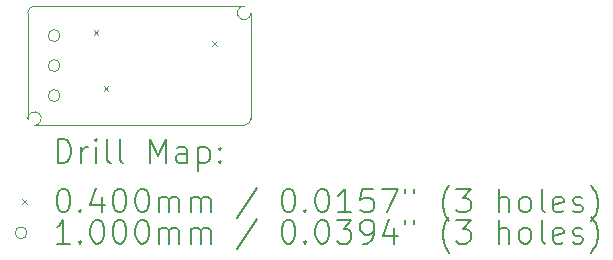
<source format=gbr>
%TF.GenerationSoftware,KiCad,Pcbnew,8.0.1*%
%TF.CreationDate,2024-03-19T14:53:43-04:00*%
%TF.ProjectId,EncoderClone,456e636f-6465-4724-936c-6f6e652e6b69,rev?*%
%TF.SameCoordinates,Original*%
%TF.FileFunction,Drillmap*%
%TF.FilePolarity,Positive*%
%FSLAX45Y45*%
G04 Gerber Fmt 4.5, Leading zero omitted, Abs format (unit mm)*
G04 Created by KiCad (PCBNEW 8.0.1) date 2024-03-19 14:53:43*
%MOMM*%
%LPD*%
G01*
G04 APERTURE LIST*
%ADD10C,0.100000*%
%ADD11C,0.200000*%
G04 APERTURE END LIST*
D10*
X13557659Y-8000159D02*
X15332500Y-8000000D01*
X15389841Y-8952341D02*
G75*
G02*
X15332341Y-9009841I-57501J1D01*
G01*
X15332341Y-9009841D02*
X13557659Y-9009841D01*
X13500159Y-8952341D02*
G75*
G02*
X13557659Y-9009841I57501J1D01*
G01*
X15390000Y-8057500D02*
G75*
G02*
X15332500Y-8000000I-57500J0D01*
G01*
X13500159Y-8952341D02*
X13500159Y-8057659D01*
X13500159Y-8057659D02*
G75*
G02*
X13557659Y-8000159I57501J-1D01*
G01*
X15390000Y-8057500D02*
X15389841Y-8952341D01*
D11*
D10*
X14060000Y-8200000D02*
X14100000Y-8240000D01*
X14100000Y-8200000D02*
X14060000Y-8240000D01*
X14145000Y-8675000D02*
X14185000Y-8715000D01*
X14185000Y-8675000D02*
X14145000Y-8715000D01*
X15065000Y-8295000D02*
X15105000Y-8335000D01*
X15105000Y-8295000D02*
X15065000Y-8335000D01*
X13774000Y-8249500D02*
G75*
G02*
X13674000Y-8249500I-50000J0D01*
G01*
X13674000Y-8249500D02*
G75*
G02*
X13774000Y-8249500I50000J0D01*
G01*
X13774000Y-8503500D02*
G75*
G02*
X13674000Y-8503500I-50000J0D01*
G01*
X13674000Y-8503500D02*
G75*
G02*
X13774000Y-8503500I50000J0D01*
G01*
X13774000Y-8757500D02*
G75*
G02*
X13674000Y-8757500I-50000J0D01*
G01*
X13674000Y-8757500D02*
G75*
G02*
X13774000Y-8757500I50000J0D01*
G01*
D11*
X13755935Y-9326325D02*
X13755935Y-9126325D01*
X13755935Y-9126325D02*
X13803554Y-9126325D01*
X13803554Y-9126325D02*
X13832126Y-9135849D01*
X13832126Y-9135849D02*
X13851173Y-9154897D01*
X13851173Y-9154897D02*
X13860697Y-9173944D01*
X13860697Y-9173944D02*
X13870221Y-9212039D01*
X13870221Y-9212039D02*
X13870221Y-9240611D01*
X13870221Y-9240611D02*
X13860697Y-9278706D01*
X13860697Y-9278706D02*
X13851173Y-9297754D01*
X13851173Y-9297754D02*
X13832126Y-9316801D01*
X13832126Y-9316801D02*
X13803554Y-9326325D01*
X13803554Y-9326325D02*
X13755935Y-9326325D01*
X13955935Y-9326325D02*
X13955935Y-9192992D01*
X13955935Y-9231087D02*
X13965459Y-9212039D01*
X13965459Y-9212039D02*
X13974983Y-9202516D01*
X13974983Y-9202516D02*
X13994031Y-9192992D01*
X13994031Y-9192992D02*
X14013078Y-9192992D01*
X14079745Y-9326325D02*
X14079745Y-9192992D01*
X14079745Y-9126325D02*
X14070221Y-9135849D01*
X14070221Y-9135849D02*
X14079745Y-9145373D01*
X14079745Y-9145373D02*
X14089269Y-9135849D01*
X14089269Y-9135849D02*
X14079745Y-9126325D01*
X14079745Y-9126325D02*
X14079745Y-9145373D01*
X14203554Y-9326325D02*
X14184507Y-9316801D01*
X14184507Y-9316801D02*
X14174983Y-9297754D01*
X14174983Y-9297754D02*
X14174983Y-9126325D01*
X14308316Y-9326325D02*
X14289269Y-9316801D01*
X14289269Y-9316801D02*
X14279745Y-9297754D01*
X14279745Y-9297754D02*
X14279745Y-9126325D01*
X14536888Y-9326325D02*
X14536888Y-9126325D01*
X14536888Y-9126325D02*
X14603554Y-9269182D01*
X14603554Y-9269182D02*
X14670221Y-9126325D01*
X14670221Y-9126325D02*
X14670221Y-9326325D01*
X14851173Y-9326325D02*
X14851173Y-9221563D01*
X14851173Y-9221563D02*
X14841650Y-9202516D01*
X14841650Y-9202516D02*
X14822602Y-9192992D01*
X14822602Y-9192992D02*
X14784507Y-9192992D01*
X14784507Y-9192992D02*
X14765459Y-9202516D01*
X14851173Y-9316801D02*
X14832126Y-9326325D01*
X14832126Y-9326325D02*
X14784507Y-9326325D01*
X14784507Y-9326325D02*
X14765459Y-9316801D01*
X14765459Y-9316801D02*
X14755935Y-9297754D01*
X14755935Y-9297754D02*
X14755935Y-9278706D01*
X14755935Y-9278706D02*
X14765459Y-9259659D01*
X14765459Y-9259659D02*
X14784507Y-9250135D01*
X14784507Y-9250135D02*
X14832126Y-9250135D01*
X14832126Y-9250135D02*
X14851173Y-9240611D01*
X14946412Y-9192992D02*
X14946412Y-9392992D01*
X14946412Y-9202516D02*
X14965459Y-9192992D01*
X14965459Y-9192992D02*
X15003554Y-9192992D01*
X15003554Y-9192992D02*
X15022602Y-9202516D01*
X15022602Y-9202516D02*
X15032126Y-9212039D01*
X15032126Y-9212039D02*
X15041650Y-9231087D01*
X15041650Y-9231087D02*
X15041650Y-9288230D01*
X15041650Y-9288230D02*
X15032126Y-9307278D01*
X15032126Y-9307278D02*
X15022602Y-9316801D01*
X15022602Y-9316801D02*
X15003554Y-9326325D01*
X15003554Y-9326325D02*
X14965459Y-9326325D01*
X14965459Y-9326325D02*
X14946412Y-9316801D01*
X15127364Y-9307278D02*
X15136888Y-9316801D01*
X15136888Y-9316801D02*
X15127364Y-9326325D01*
X15127364Y-9326325D02*
X15117840Y-9316801D01*
X15117840Y-9316801D02*
X15127364Y-9307278D01*
X15127364Y-9307278D02*
X15127364Y-9326325D01*
X15127364Y-9202516D02*
X15136888Y-9212039D01*
X15136888Y-9212039D02*
X15127364Y-9221563D01*
X15127364Y-9221563D02*
X15117840Y-9212039D01*
X15117840Y-9212039D02*
X15127364Y-9202516D01*
X15127364Y-9202516D02*
X15127364Y-9221563D01*
D10*
X13455159Y-9634841D02*
X13495159Y-9674841D01*
X13495159Y-9634841D02*
X13455159Y-9674841D01*
D11*
X13794031Y-9546325D02*
X13813078Y-9546325D01*
X13813078Y-9546325D02*
X13832126Y-9555849D01*
X13832126Y-9555849D02*
X13841650Y-9565373D01*
X13841650Y-9565373D02*
X13851173Y-9584420D01*
X13851173Y-9584420D02*
X13860697Y-9622516D01*
X13860697Y-9622516D02*
X13860697Y-9670135D01*
X13860697Y-9670135D02*
X13851173Y-9708230D01*
X13851173Y-9708230D02*
X13841650Y-9727278D01*
X13841650Y-9727278D02*
X13832126Y-9736801D01*
X13832126Y-9736801D02*
X13813078Y-9746325D01*
X13813078Y-9746325D02*
X13794031Y-9746325D01*
X13794031Y-9746325D02*
X13774983Y-9736801D01*
X13774983Y-9736801D02*
X13765459Y-9727278D01*
X13765459Y-9727278D02*
X13755935Y-9708230D01*
X13755935Y-9708230D02*
X13746412Y-9670135D01*
X13746412Y-9670135D02*
X13746412Y-9622516D01*
X13746412Y-9622516D02*
X13755935Y-9584420D01*
X13755935Y-9584420D02*
X13765459Y-9565373D01*
X13765459Y-9565373D02*
X13774983Y-9555849D01*
X13774983Y-9555849D02*
X13794031Y-9546325D01*
X13946412Y-9727278D02*
X13955935Y-9736801D01*
X13955935Y-9736801D02*
X13946412Y-9746325D01*
X13946412Y-9746325D02*
X13936888Y-9736801D01*
X13936888Y-9736801D02*
X13946412Y-9727278D01*
X13946412Y-9727278D02*
X13946412Y-9746325D01*
X14127364Y-9612992D02*
X14127364Y-9746325D01*
X14079745Y-9536801D02*
X14032126Y-9679659D01*
X14032126Y-9679659D02*
X14155935Y-9679659D01*
X14270221Y-9546325D02*
X14289269Y-9546325D01*
X14289269Y-9546325D02*
X14308316Y-9555849D01*
X14308316Y-9555849D02*
X14317840Y-9565373D01*
X14317840Y-9565373D02*
X14327364Y-9584420D01*
X14327364Y-9584420D02*
X14336888Y-9622516D01*
X14336888Y-9622516D02*
X14336888Y-9670135D01*
X14336888Y-9670135D02*
X14327364Y-9708230D01*
X14327364Y-9708230D02*
X14317840Y-9727278D01*
X14317840Y-9727278D02*
X14308316Y-9736801D01*
X14308316Y-9736801D02*
X14289269Y-9746325D01*
X14289269Y-9746325D02*
X14270221Y-9746325D01*
X14270221Y-9746325D02*
X14251173Y-9736801D01*
X14251173Y-9736801D02*
X14241650Y-9727278D01*
X14241650Y-9727278D02*
X14232126Y-9708230D01*
X14232126Y-9708230D02*
X14222602Y-9670135D01*
X14222602Y-9670135D02*
X14222602Y-9622516D01*
X14222602Y-9622516D02*
X14232126Y-9584420D01*
X14232126Y-9584420D02*
X14241650Y-9565373D01*
X14241650Y-9565373D02*
X14251173Y-9555849D01*
X14251173Y-9555849D02*
X14270221Y-9546325D01*
X14460697Y-9546325D02*
X14479745Y-9546325D01*
X14479745Y-9546325D02*
X14498793Y-9555849D01*
X14498793Y-9555849D02*
X14508316Y-9565373D01*
X14508316Y-9565373D02*
X14517840Y-9584420D01*
X14517840Y-9584420D02*
X14527364Y-9622516D01*
X14527364Y-9622516D02*
X14527364Y-9670135D01*
X14527364Y-9670135D02*
X14517840Y-9708230D01*
X14517840Y-9708230D02*
X14508316Y-9727278D01*
X14508316Y-9727278D02*
X14498793Y-9736801D01*
X14498793Y-9736801D02*
X14479745Y-9746325D01*
X14479745Y-9746325D02*
X14460697Y-9746325D01*
X14460697Y-9746325D02*
X14441650Y-9736801D01*
X14441650Y-9736801D02*
X14432126Y-9727278D01*
X14432126Y-9727278D02*
X14422602Y-9708230D01*
X14422602Y-9708230D02*
X14413078Y-9670135D01*
X14413078Y-9670135D02*
X14413078Y-9622516D01*
X14413078Y-9622516D02*
X14422602Y-9584420D01*
X14422602Y-9584420D02*
X14432126Y-9565373D01*
X14432126Y-9565373D02*
X14441650Y-9555849D01*
X14441650Y-9555849D02*
X14460697Y-9546325D01*
X14613078Y-9746325D02*
X14613078Y-9612992D01*
X14613078Y-9632039D02*
X14622602Y-9622516D01*
X14622602Y-9622516D02*
X14641650Y-9612992D01*
X14641650Y-9612992D02*
X14670221Y-9612992D01*
X14670221Y-9612992D02*
X14689269Y-9622516D01*
X14689269Y-9622516D02*
X14698793Y-9641563D01*
X14698793Y-9641563D02*
X14698793Y-9746325D01*
X14698793Y-9641563D02*
X14708316Y-9622516D01*
X14708316Y-9622516D02*
X14727364Y-9612992D01*
X14727364Y-9612992D02*
X14755935Y-9612992D01*
X14755935Y-9612992D02*
X14774983Y-9622516D01*
X14774983Y-9622516D02*
X14784507Y-9641563D01*
X14784507Y-9641563D02*
X14784507Y-9746325D01*
X14879745Y-9746325D02*
X14879745Y-9612992D01*
X14879745Y-9632039D02*
X14889269Y-9622516D01*
X14889269Y-9622516D02*
X14908316Y-9612992D01*
X14908316Y-9612992D02*
X14936888Y-9612992D01*
X14936888Y-9612992D02*
X14955935Y-9622516D01*
X14955935Y-9622516D02*
X14965459Y-9641563D01*
X14965459Y-9641563D02*
X14965459Y-9746325D01*
X14965459Y-9641563D02*
X14974983Y-9622516D01*
X14974983Y-9622516D02*
X14994031Y-9612992D01*
X14994031Y-9612992D02*
X15022602Y-9612992D01*
X15022602Y-9612992D02*
X15041650Y-9622516D01*
X15041650Y-9622516D02*
X15051174Y-9641563D01*
X15051174Y-9641563D02*
X15051174Y-9746325D01*
X15441650Y-9536801D02*
X15270221Y-9793944D01*
X15698793Y-9546325D02*
X15717840Y-9546325D01*
X15717840Y-9546325D02*
X15736888Y-9555849D01*
X15736888Y-9555849D02*
X15746412Y-9565373D01*
X15746412Y-9565373D02*
X15755936Y-9584420D01*
X15755936Y-9584420D02*
X15765459Y-9622516D01*
X15765459Y-9622516D02*
X15765459Y-9670135D01*
X15765459Y-9670135D02*
X15755936Y-9708230D01*
X15755936Y-9708230D02*
X15746412Y-9727278D01*
X15746412Y-9727278D02*
X15736888Y-9736801D01*
X15736888Y-9736801D02*
X15717840Y-9746325D01*
X15717840Y-9746325D02*
X15698793Y-9746325D01*
X15698793Y-9746325D02*
X15679745Y-9736801D01*
X15679745Y-9736801D02*
X15670221Y-9727278D01*
X15670221Y-9727278D02*
X15660697Y-9708230D01*
X15660697Y-9708230D02*
X15651174Y-9670135D01*
X15651174Y-9670135D02*
X15651174Y-9622516D01*
X15651174Y-9622516D02*
X15660697Y-9584420D01*
X15660697Y-9584420D02*
X15670221Y-9565373D01*
X15670221Y-9565373D02*
X15679745Y-9555849D01*
X15679745Y-9555849D02*
X15698793Y-9546325D01*
X15851174Y-9727278D02*
X15860697Y-9736801D01*
X15860697Y-9736801D02*
X15851174Y-9746325D01*
X15851174Y-9746325D02*
X15841650Y-9736801D01*
X15841650Y-9736801D02*
X15851174Y-9727278D01*
X15851174Y-9727278D02*
X15851174Y-9746325D01*
X15984507Y-9546325D02*
X16003555Y-9546325D01*
X16003555Y-9546325D02*
X16022602Y-9555849D01*
X16022602Y-9555849D02*
X16032126Y-9565373D01*
X16032126Y-9565373D02*
X16041650Y-9584420D01*
X16041650Y-9584420D02*
X16051174Y-9622516D01*
X16051174Y-9622516D02*
X16051174Y-9670135D01*
X16051174Y-9670135D02*
X16041650Y-9708230D01*
X16041650Y-9708230D02*
X16032126Y-9727278D01*
X16032126Y-9727278D02*
X16022602Y-9736801D01*
X16022602Y-9736801D02*
X16003555Y-9746325D01*
X16003555Y-9746325D02*
X15984507Y-9746325D01*
X15984507Y-9746325D02*
X15965459Y-9736801D01*
X15965459Y-9736801D02*
X15955936Y-9727278D01*
X15955936Y-9727278D02*
X15946412Y-9708230D01*
X15946412Y-9708230D02*
X15936888Y-9670135D01*
X15936888Y-9670135D02*
X15936888Y-9622516D01*
X15936888Y-9622516D02*
X15946412Y-9584420D01*
X15946412Y-9584420D02*
X15955936Y-9565373D01*
X15955936Y-9565373D02*
X15965459Y-9555849D01*
X15965459Y-9555849D02*
X15984507Y-9546325D01*
X16241650Y-9746325D02*
X16127364Y-9746325D01*
X16184507Y-9746325D02*
X16184507Y-9546325D01*
X16184507Y-9546325D02*
X16165459Y-9574897D01*
X16165459Y-9574897D02*
X16146412Y-9593944D01*
X16146412Y-9593944D02*
X16127364Y-9603468D01*
X16422602Y-9546325D02*
X16327364Y-9546325D01*
X16327364Y-9546325D02*
X16317840Y-9641563D01*
X16317840Y-9641563D02*
X16327364Y-9632039D01*
X16327364Y-9632039D02*
X16346412Y-9622516D01*
X16346412Y-9622516D02*
X16394031Y-9622516D01*
X16394031Y-9622516D02*
X16413078Y-9632039D01*
X16413078Y-9632039D02*
X16422602Y-9641563D01*
X16422602Y-9641563D02*
X16432126Y-9660611D01*
X16432126Y-9660611D02*
X16432126Y-9708230D01*
X16432126Y-9708230D02*
X16422602Y-9727278D01*
X16422602Y-9727278D02*
X16413078Y-9736801D01*
X16413078Y-9736801D02*
X16394031Y-9746325D01*
X16394031Y-9746325D02*
X16346412Y-9746325D01*
X16346412Y-9746325D02*
X16327364Y-9736801D01*
X16327364Y-9736801D02*
X16317840Y-9727278D01*
X16498793Y-9546325D02*
X16632126Y-9546325D01*
X16632126Y-9546325D02*
X16546412Y-9746325D01*
X16698793Y-9546325D02*
X16698793Y-9584420D01*
X16774983Y-9546325D02*
X16774983Y-9584420D01*
X17070222Y-9822516D02*
X17060698Y-9812992D01*
X17060698Y-9812992D02*
X17041650Y-9784420D01*
X17041650Y-9784420D02*
X17032126Y-9765373D01*
X17032126Y-9765373D02*
X17022602Y-9736801D01*
X17022602Y-9736801D02*
X17013079Y-9689182D01*
X17013079Y-9689182D02*
X17013079Y-9651087D01*
X17013079Y-9651087D02*
X17022602Y-9603468D01*
X17022602Y-9603468D02*
X17032126Y-9574897D01*
X17032126Y-9574897D02*
X17041650Y-9555849D01*
X17041650Y-9555849D02*
X17060698Y-9527278D01*
X17060698Y-9527278D02*
X17070222Y-9517754D01*
X17127364Y-9546325D02*
X17251174Y-9546325D01*
X17251174Y-9546325D02*
X17184507Y-9622516D01*
X17184507Y-9622516D02*
X17213079Y-9622516D01*
X17213079Y-9622516D02*
X17232126Y-9632039D01*
X17232126Y-9632039D02*
X17241650Y-9641563D01*
X17241650Y-9641563D02*
X17251174Y-9660611D01*
X17251174Y-9660611D02*
X17251174Y-9708230D01*
X17251174Y-9708230D02*
X17241650Y-9727278D01*
X17241650Y-9727278D02*
X17232126Y-9736801D01*
X17232126Y-9736801D02*
X17213079Y-9746325D01*
X17213079Y-9746325D02*
X17155936Y-9746325D01*
X17155936Y-9746325D02*
X17136888Y-9736801D01*
X17136888Y-9736801D02*
X17127364Y-9727278D01*
X17489269Y-9746325D02*
X17489269Y-9546325D01*
X17574983Y-9746325D02*
X17574983Y-9641563D01*
X17574983Y-9641563D02*
X17565460Y-9622516D01*
X17565460Y-9622516D02*
X17546412Y-9612992D01*
X17546412Y-9612992D02*
X17517841Y-9612992D01*
X17517841Y-9612992D02*
X17498793Y-9622516D01*
X17498793Y-9622516D02*
X17489269Y-9632039D01*
X17698793Y-9746325D02*
X17679745Y-9736801D01*
X17679745Y-9736801D02*
X17670222Y-9727278D01*
X17670222Y-9727278D02*
X17660698Y-9708230D01*
X17660698Y-9708230D02*
X17660698Y-9651087D01*
X17660698Y-9651087D02*
X17670222Y-9632039D01*
X17670222Y-9632039D02*
X17679745Y-9622516D01*
X17679745Y-9622516D02*
X17698793Y-9612992D01*
X17698793Y-9612992D02*
X17727364Y-9612992D01*
X17727364Y-9612992D02*
X17746412Y-9622516D01*
X17746412Y-9622516D02*
X17755936Y-9632039D01*
X17755936Y-9632039D02*
X17765460Y-9651087D01*
X17765460Y-9651087D02*
X17765460Y-9708230D01*
X17765460Y-9708230D02*
X17755936Y-9727278D01*
X17755936Y-9727278D02*
X17746412Y-9736801D01*
X17746412Y-9736801D02*
X17727364Y-9746325D01*
X17727364Y-9746325D02*
X17698793Y-9746325D01*
X17879745Y-9746325D02*
X17860698Y-9736801D01*
X17860698Y-9736801D02*
X17851174Y-9717754D01*
X17851174Y-9717754D02*
X17851174Y-9546325D01*
X18032126Y-9736801D02*
X18013079Y-9746325D01*
X18013079Y-9746325D02*
X17974983Y-9746325D01*
X17974983Y-9746325D02*
X17955936Y-9736801D01*
X17955936Y-9736801D02*
X17946412Y-9717754D01*
X17946412Y-9717754D02*
X17946412Y-9641563D01*
X17946412Y-9641563D02*
X17955936Y-9622516D01*
X17955936Y-9622516D02*
X17974983Y-9612992D01*
X17974983Y-9612992D02*
X18013079Y-9612992D01*
X18013079Y-9612992D02*
X18032126Y-9622516D01*
X18032126Y-9622516D02*
X18041650Y-9641563D01*
X18041650Y-9641563D02*
X18041650Y-9660611D01*
X18041650Y-9660611D02*
X17946412Y-9679659D01*
X18117841Y-9736801D02*
X18136888Y-9746325D01*
X18136888Y-9746325D02*
X18174983Y-9746325D01*
X18174983Y-9746325D02*
X18194031Y-9736801D01*
X18194031Y-9736801D02*
X18203555Y-9717754D01*
X18203555Y-9717754D02*
X18203555Y-9708230D01*
X18203555Y-9708230D02*
X18194031Y-9689182D01*
X18194031Y-9689182D02*
X18174983Y-9679659D01*
X18174983Y-9679659D02*
X18146412Y-9679659D01*
X18146412Y-9679659D02*
X18127364Y-9670135D01*
X18127364Y-9670135D02*
X18117841Y-9651087D01*
X18117841Y-9651087D02*
X18117841Y-9641563D01*
X18117841Y-9641563D02*
X18127364Y-9622516D01*
X18127364Y-9622516D02*
X18146412Y-9612992D01*
X18146412Y-9612992D02*
X18174983Y-9612992D01*
X18174983Y-9612992D02*
X18194031Y-9622516D01*
X18270222Y-9822516D02*
X18279745Y-9812992D01*
X18279745Y-9812992D02*
X18298793Y-9784420D01*
X18298793Y-9784420D02*
X18308317Y-9765373D01*
X18308317Y-9765373D02*
X18317841Y-9736801D01*
X18317841Y-9736801D02*
X18327364Y-9689182D01*
X18327364Y-9689182D02*
X18327364Y-9651087D01*
X18327364Y-9651087D02*
X18317841Y-9603468D01*
X18317841Y-9603468D02*
X18308317Y-9574897D01*
X18308317Y-9574897D02*
X18298793Y-9555849D01*
X18298793Y-9555849D02*
X18279745Y-9527278D01*
X18279745Y-9527278D02*
X18270222Y-9517754D01*
D10*
X13495159Y-9918841D02*
G75*
G02*
X13395159Y-9918841I-50000J0D01*
G01*
X13395159Y-9918841D02*
G75*
G02*
X13495159Y-9918841I50000J0D01*
G01*
D11*
X13860697Y-10010325D02*
X13746412Y-10010325D01*
X13803554Y-10010325D02*
X13803554Y-9810325D01*
X13803554Y-9810325D02*
X13784507Y-9838897D01*
X13784507Y-9838897D02*
X13765459Y-9857944D01*
X13765459Y-9857944D02*
X13746412Y-9867468D01*
X13946412Y-9991278D02*
X13955935Y-10000801D01*
X13955935Y-10000801D02*
X13946412Y-10010325D01*
X13946412Y-10010325D02*
X13936888Y-10000801D01*
X13936888Y-10000801D02*
X13946412Y-9991278D01*
X13946412Y-9991278D02*
X13946412Y-10010325D01*
X14079745Y-9810325D02*
X14098793Y-9810325D01*
X14098793Y-9810325D02*
X14117840Y-9819849D01*
X14117840Y-9819849D02*
X14127364Y-9829373D01*
X14127364Y-9829373D02*
X14136888Y-9848420D01*
X14136888Y-9848420D02*
X14146412Y-9886516D01*
X14146412Y-9886516D02*
X14146412Y-9934135D01*
X14146412Y-9934135D02*
X14136888Y-9972230D01*
X14136888Y-9972230D02*
X14127364Y-9991278D01*
X14127364Y-9991278D02*
X14117840Y-10000801D01*
X14117840Y-10000801D02*
X14098793Y-10010325D01*
X14098793Y-10010325D02*
X14079745Y-10010325D01*
X14079745Y-10010325D02*
X14060697Y-10000801D01*
X14060697Y-10000801D02*
X14051173Y-9991278D01*
X14051173Y-9991278D02*
X14041650Y-9972230D01*
X14041650Y-9972230D02*
X14032126Y-9934135D01*
X14032126Y-9934135D02*
X14032126Y-9886516D01*
X14032126Y-9886516D02*
X14041650Y-9848420D01*
X14041650Y-9848420D02*
X14051173Y-9829373D01*
X14051173Y-9829373D02*
X14060697Y-9819849D01*
X14060697Y-9819849D02*
X14079745Y-9810325D01*
X14270221Y-9810325D02*
X14289269Y-9810325D01*
X14289269Y-9810325D02*
X14308316Y-9819849D01*
X14308316Y-9819849D02*
X14317840Y-9829373D01*
X14317840Y-9829373D02*
X14327364Y-9848420D01*
X14327364Y-9848420D02*
X14336888Y-9886516D01*
X14336888Y-9886516D02*
X14336888Y-9934135D01*
X14336888Y-9934135D02*
X14327364Y-9972230D01*
X14327364Y-9972230D02*
X14317840Y-9991278D01*
X14317840Y-9991278D02*
X14308316Y-10000801D01*
X14308316Y-10000801D02*
X14289269Y-10010325D01*
X14289269Y-10010325D02*
X14270221Y-10010325D01*
X14270221Y-10010325D02*
X14251173Y-10000801D01*
X14251173Y-10000801D02*
X14241650Y-9991278D01*
X14241650Y-9991278D02*
X14232126Y-9972230D01*
X14232126Y-9972230D02*
X14222602Y-9934135D01*
X14222602Y-9934135D02*
X14222602Y-9886516D01*
X14222602Y-9886516D02*
X14232126Y-9848420D01*
X14232126Y-9848420D02*
X14241650Y-9829373D01*
X14241650Y-9829373D02*
X14251173Y-9819849D01*
X14251173Y-9819849D02*
X14270221Y-9810325D01*
X14460697Y-9810325D02*
X14479745Y-9810325D01*
X14479745Y-9810325D02*
X14498793Y-9819849D01*
X14498793Y-9819849D02*
X14508316Y-9829373D01*
X14508316Y-9829373D02*
X14517840Y-9848420D01*
X14517840Y-9848420D02*
X14527364Y-9886516D01*
X14527364Y-9886516D02*
X14527364Y-9934135D01*
X14527364Y-9934135D02*
X14517840Y-9972230D01*
X14517840Y-9972230D02*
X14508316Y-9991278D01*
X14508316Y-9991278D02*
X14498793Y-10000801D01*
X14498793Y-10000801D02*
X14479745Y-10010325D01*
X14479745Y-10010325D02*
X14460697Y-10010325D01*
X14460697Y-10010325D02*
X14441650Y-10000801D01*
X14441650Y-10000801D02*
X14432126Y-9991278D01*
X14432126Y-9991278D02*
X14422602Y-9972230D01*
X14422602Y-9972230D02*
X14413078Y-9934135D01*
X14413078Y-9934135D02*
X14413078Y-9886516D01*
X14413078Y-9886516D02*
X14422602Y-9848420D01*
X14422602Y-9848420D02*
X14432126Y-9829373D01*
X14432126Y-9829373D02*
X14441650Y-9819849D01*
X14441650Y-9819849D02*
X14460697Y-9810325D01*
X14613078Y-10010325D02*
X14613078Y-9876992D01*
X14613078Y-9896039D02*
X14622602Y-9886516D01*
X14622602Y-9886516D02*
X14641650Y-9876992D01*
X14641650Y-9876992D02*
X14670221Y-9876992D01*
X14670221Y-9876992D02*
X14689269Y-9886516D01*
X14689269Y-9886516D02*
X14698793Y-9905563D01*
X14698793Y-9905563D02*
X14698793Y-10010325D01*
X14698793Y-9905563D02*
X14708316Y-9886516D01*
X14708316Y-9886516D02*
X14727364Y-9876992D01*
X14727364Y-9876992D02*
X14755935Y-9876992D01*
X14755935Y-9876992D02*
X14774983Y-9886516D01*
X14774983Y-9886516D02*
X14784507Y-9905563D01*
X14784507Y-9905563D02*
X14784507Y-10010325D01*
X14879745Y-10010325D02*
X14879745Y-9876992D01*
X14879745Y-9896039D02*
X14889269Y-9886516D01*
X14889269Y-9886516D02*
X14908316Y-9876992D01*
X14908316Y-9876992D02*
X14936888Y-9876992D01*
X14936888Y-9876992D02*
X14955935Y-9886516D01*
X14955935Y-9886516D02*
X14965459Y-9905563D01*
X14965459Y-9905563D02*
X14965459Y-10010325D01*
X14965459Y-9905563D02*
X14974983Y-9886516D01*
X14974983Y-9886516D02*
X14994031Y-9876992D01*
X14994031Y-9876992D02*
X15022602Y-9876992D01*
X15022602Y-9876992D02*
X15041650Y-9886516D01*
X15041650Y-9886516D02*
X15051174Y-9905563D01*
X15051174Y-9905563D02*
X15051174Y-10010325D01*
X15441650Y-9800801D02*
X15270221Y-10057944D01*
X15698793Y-9810325D02*
X15717840Y-9810325D01*
X15717840Y-9810325D02*
X15736888Y-9819849D01*
X15736888Y-9819849D02*
X15746412Y-9829373D01*
X15746412Y-9829373D02*
X15755936Y-9848420D01*
X15755936Y-9848420D02*
X15765459Y-9886516D01*
X15765459Y-9886516D02*
X15765459Y-9934135D01*
X15765459Y-9934135D02*
X15755936Y-9972230D01*
X15755936Y-9972230D02*
X15746412Y-9991278D01*
X15746412Y-9991278D02*
X15736888Y-10000801D01*
X15736888Y-10000801D02*
X15717840Y-10010325D01*
X15717840Y-10010325D02*
X15698793Y-10010325D01*
X15698793Y-10010325D02*
X15679745Y-10000801D01*
X15679745Y-10000801D02*
X15670221Y-9991278D01*
X15670221Y-9991278D02*
X15660697Y-9972230D01*
X15660697Y-9972230D02*
X15651174Y-9934135D01*
X15651174Y-9934135D02*
X15651174Y-9886516D01*
X15651174Y-9886516D02*
X15660697Y-9848420D01*
X15660697Y-9848420D02*
X15670221Y-9829373D01*
X15670221Y-9829373D02*
X15679745Y-9819849D01*
X15679745Y-9819849D02*
X15698793Y-9810325D01*
X15851174Y-9991278D02*
X15860697Y-10000801D01*
X15860697Y-10000801D02*
X15851174Y-10010325D01*
X15851174Y-10010325D02*
X15841650Y-10000801D01*
X15841650Y-10000801D02*
X15851174Y-9991278D01*
X15851174Y-9991278D02*
X15851174Y-10010325D01*
X15984507Y-9810325D02*
X16003555Y-9810325D01*
X16003555Y-9810325D02*
X16022602Y-9819849D01*
X16022602Y-9819849D02*
X16032126Y-9829373D01*
X16032126Y-9829373D02*
X16041650Y-9848420D01*
X16041650Y-9848420D02*
X16051174Y-9886516D01*
X16051174Y-9886516D02*
X16051174Y-9934135D01*
X16051174Y-9934135D02*
X16041650Y-9972230D01*
X16041650Y-9972230D02*
X16032126Y-9991278D01*
X16032126Y-9991278D02*
X16022602Y-10000801D01*
X16022602Y-10000801D02*
X16003555Y-10010325D01*
X16003555Y-10010325D02*
X15984507Y-10010325D01*
X15984507Y-10010325D02*
X15965459Y-10000801D01*
X15965459Y-10000801D02*
X15955936Y-9991278D01*
X15955936Y-9991278D02*
X15946412Y-9972230D01*
X15946412Y-9972230D02*
X15936888Y-9934135D01*
X15936888Y-9934135D02*
X15936888Y-9886516D01*
X15936888Y-9886516D02*
X15946412Y-9848420D01*
X15946412Y-9848420D02*
X15955936Y-9829373D01*
X15955936Y-9829373D02*
X15965459Y-9819849D01*
X15965459Y-9819849D02*
X15984507Y-9810325D01*
X16117840Y-9810325D02*
X16241650Y-9810325D01*
X16241650Y-9810325D02*
X16174983Y-9886516D01*
X16174983Y-9886516D02*
X16203555Y-9886516D01*
X16203555Y-9886516D02*
X16222602Y-9896039D01*
X16222602Y-9896039D02*
X16232126Y-9905563D01*
X16232126Y-9905563D02*
X16241650Y-9924611D01*
X16241650Y-9924611D02*
X16241650Y-9972230D01*
X16241650Y-9972230D02*
X16232126Y-9991278D01*
X16232126Y-9991278D02*
X16222602Y-10000801D01*
X16222602Y-10000801D02*
X16203555Y-10010325D01*
X16203555Y-10010325D02*
X16146412Y-10010325D01*
X16146412Y-10010325D02*
X16127364Y-10000801D01*
X16127364Y-10000801D02*
X16117840Y-9991278D01*
X16336888Y-10010325D02*
X16374983Y-10010325D01*
X16374983Y-10010325D02*
X16394031Y-10000801D01*
X16394031Y-10000801D02*
X16403555Y-9991278D01*
X16403555Y-9991278D02*
X16422602Y-9962706D01*
X16422602Y-9962706D02*
X16432126Y-9924611D01*
X16432126Y-9924611D02*
X16432126Y-9848420D01*
X16432126Y-9848420D02*
X16422602Y-9829373D01*
X16422602Y-9829373D02*
X16413078Y-9819849D01*
X16413078Y-9819849D02*
X16394031Y-9810325D01*
X16394031Y-9810325D02*
X16355936Y-9810325D01*
X16355936Y-9810325D02*
X16336888Y-9819849D01*
X16336888Y-9819849D02*
X16327364Y-9829373D01*
X16327364Y-9829373D02*
X16317840Y-9848420D01*
X16317840Y-9848420D02*
X16317840Y-9896039D01*
X16317840Y-9896039D02*
X16327364Y-9915087D01*
X16327364Y-9915087D02*
X16336888Y-9924611D01*
X16336888Y-9924611D02*
X16355936Y-9934135D01*
X16355936Y-9934135D02*
X16394031Y-9934135D01*
X16394031Y-9934135D02*
X16413078Y-9924611D01*
X16413078Y-9924611D02*
X16422602Y-9915087D01*
X16422602Y-9915087D02*
X16432126Y-9896039D01*
X16603555Y-9876992D02*
X16603555Y-10010325D01*
X16555936Y-9800801D02*
X16508317Y-9943659D01*
X16508317Y-9943659D02*
X16632126Y-9943659D01*
X16698793Y-9810325D02*
X16698793Y-9848420D01*
X16774983Y-9810325D02*
X16774983Y-9848420D01*
X17070222Y-10086516D02*
X17060698Y-10076992D01*
X17060698Y-10076992D02*
X17041650Y-10048420D01*
X17041650Y-10048420D02*
X17032126Y-10029373D01*
X17032126Y-10029373D02*
X17022602Y-10000801D01*
X17022602Y-10000801D02*
X17013079Y-9953182D01*
X17013079Y-9953182D02*
X17013079Y-9915087D01*
X17013079Y-9915087D02*
X17022602Y-9867468D01*
X17022602Y-9867468D02*
X17032126Y-9838897D01*
X17032126Y-9838897D02*
X17041650Y-9819849D01*
X17041650Y-9819849D02*
X17060698Y-9791278D01*
X17060698Y-9791278D02*
X17070222Y-9781754D01*
X17127364Y-9810325D02*
X17251174Y-9810325D01*
X17251174Y-9810325D02*
X17184507Y-9886516D01*
X17184507Y-9886516D02*
X17213079Y-9886516D01*
X17213079Y-9886516D02*
X17232126Y-9896039D01*
X17232126Y-9896039D02*
X17241650Y-9905563D01*
X17241650Y-9905563D02*
X17251174Y-9924611D01*
X17251174Y-9924611D02*
X17251174Y-9972230D01*
X17251174Y-9972230D02*
X17241650Y-9991278D01*
X17241650Y-9991278D02*
X17232126Y-10000801D01*
X17232126Y-10000801D02*
X17213079Y-10010325D01*
X17213079Y-10010325D02*
X17155936Y-10010325D01*
X17155936Y-10010325D02*
X17136888Y-10000801D01*
X17136888Y-10000801D02*
X17127364Y-9991278D01*
X17489269Y-10010325D02*
X17489269Y-9810325D01*
X17574983Y-10010325D02*
X17574983Y-9905563D01*
X17574983Y-9905563D02*
X17565460Y-9886516D01*
X17565460Y-9886516D02*
X17546412Y-9876992D01*
X17546412Y-9876992D02*
X17517841Y-9876992D01*
X17517841Y-9876992D02*
X17498793Y-9886516D01*
X17498793Y-9886516D02*
X17489269Y-9896039D01*
X17698793Y-10010325D02*
X17679745Y-10000801D01*
X17679745Y-10000801D02*
X17670222Y-9991278D01*
X17670222Y-9991278D02*
X17660698Y-9972230D01*
X17660698Y-9972230D02*
X17660698Y-9915087D01*
X17660698Y-9915087D02*
X17670222Y-9896039D01*
X17670222Y-9896039D02*
X17679745Y-9886516D01*
X17679745Y-9886516D02*
X17698793Y-9876992D01*
X17698793Y-9876992D02*
X17727364Y-9876992D01*
X17727364Y-9876992D02*
X17746412Y-9886516D01*
X17746412Y-9886516D02*
X17755936Y-9896039D01*
X17755936Y-9896039D02*
X17765460Y-9915087D01*
X17765460Y-9915087D02*
X17765460Y-9972230D01*
X17765460Y-9972230D02*
X17755936Y-9991278D01*
X17755936Y-9991278D02*
X17746412Y-10000801D01*
X17746412Y-10000801D02*
X17727364Y-10010325D01*
X17727364Y-10010325D02*
X17698793Y-10010325D01*
X17879745Y-10010325D02*
X17860698Y-10000801D01*
X17860698Y-10000801D02*
X17851174Y-9981754D01*
X17851174Y-9981754D02*
X17851174Y-9810325D01*
X18032126Y-10000801D02*
X18013079Y-10010325D01*
X18013079Y-10010325D02*
X17974983Y-10010325D01*
X17974983Y-10010325D02*
X17955936Y-10000801D01*
X17955936Y-10000801D02*
X17946412Y-9981754D01*
X17946412Y-9981754D02*
X17946412Y-9905563D01*
X17946412Y-9905563D02*
X17955936Y-9886516D01*
X17955936Y-9886516D02*
X17974983Y-9876992D01*
X17974983Y-9876992D02*
X18013079Y-9876992D01*
X18013079Y-9876992D02*
X18032126Y-9886516D01*
X18032126Y-9886516D02*
X18041650Y-9905563D01*
X18041650Y-9905563D02*
X18041650Y-9924611D01*
X18041650Y-9924611D02*
X17946412Y-9943659D01*
X18117841Y-10000801D02*
X18136888Y-10010325D01*
X18136888Y-10010325D02*
X18174983Y-10010325D01*
X18174983Y-10010325D02*
X18194031Y-10000801D01*
X18194031Y-10000801D02*
X18203555Y-9981754D01*
X18203555Y-9981754D02*
X18203555Y-9972230D01*
X18203555Y-9972230D02*
X18194031Y-9953182D01*
X18194031Y-9953182D02*
X18174983Y-9943659D01*
X18174983Y-9943659D02*
X18146412Y-9943659D01*
X18146412Y-9943659D02*
X18127364Y-9934135D01*
X18127364Y-9934135D02*
X18117841Y-9915087D01*
X18117841Y-9915087D02*
X18117841Y-9905563D01*
X18117841Y-9905563D02*
X18127364Y-9886516D01*
X18127364Y-9886516D02*
X18146412Y-9876992D01*
X18146412Y-9876992D02*
X18174983Y-9876992D01*
X18174983Y-9876992D02*
X18194031Y-9886516D01*
X18270222Y-10086516D02*
X18279745Y-10076992D01*
X18279745Y-10076992D02*
X18298793Y-10048420D01*
X18298793Y-10048420D02*
X18308317Y-10029373D01*
X18308317Y-10029373D02*
X18317841Y-10000801D01*
X18317841Y-10000801D02*
X18327364Y-9953182D01*
X18327364Y-9953182D02*
X18327364Y-9915087D01*
X18327364Y-9915087D02*
X18317841Y-9867468D01*
X18317841Y-9867468D02*
X18308317Y-9838897D01*
X18308317Y-9838897D02*
X18298793Y-9819849D01*
X18298793Y-9819849D02*
X18279745Y-9791278D01*
X18279745Y-9791278D02*
X18270222Y-9781754D01*
M02*

</source>
